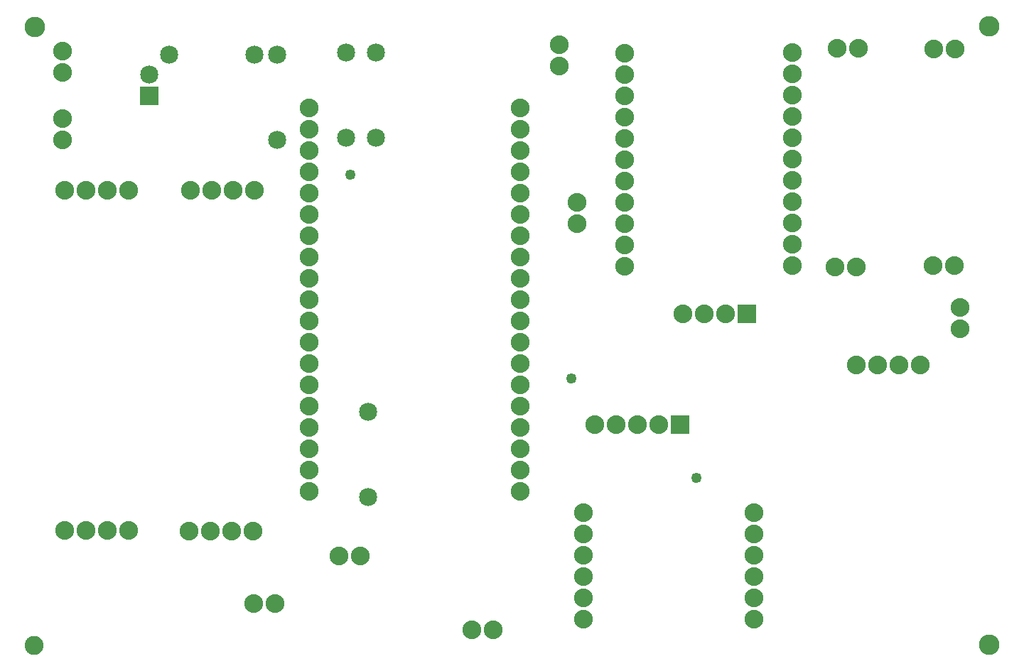
<source format=gbs>
G04 MADE WITH FRITZING*
G04 WWW.FRITZING.ORG*
G04 DOUBLE SIDED*
G04 HOLES PLATED*
G04 CONTOUR ON CENTER OF CONTOUR VECTOR*
%ASAXBY*%
%FSLAX23Y23*%
%MOIN*%
%OFA0B0*%
%SFA1.0B1.0*%
%ADD10C,0.049370*%
%ADD11C,0.096614*%
%ADD12C,0.088740*%
%ADD13C,0.088000*%
%ADD14C,0.085000*%
%ADD15R,0.088000X0.088000*%
%ADD16R,0.085000X0.085000*%
%LNMASK0*%
G90*
G70*
G54D10*
X3226Y906D03*
G54D11*
X124Y3025D03*
X4600Y3027D03*
G54D12*
X119Y121D03*
G54D11*
X4599Y124D03*
G54D10*
X1602Y2331D03*
G54D13*
X1148Y658D03*
X1048Y658D03*
X948Y658D03*
X848Y658D03*
X254Y2595D03*
X254Y2495D03*
X3464Y1677D03*
X3364Y1677D03*
X3264Y1677D03*
X3164Y1677D03*
G54D14*
X659Y2701D03*
X659Y2801D03*
G54D13*
X1155Y2259D03*
X1055Y2259D03*
X955Y2259D03*
X855Y2259D03*
X562Y660D03*
X462Y660D03*
X362Y660D03*
X262Y660D03*
X562Y2258D03*
X462Y2258D03*
X362Y2258D03*
X262Y2258D03*
X2891Y2901D03*
X2891Y2801D03*
X2891Y2701D03*
X2891Y2601D03*
X2891Y2501D03*
X2891Y2401D03*
X2891Y2301D03*
X2891Y2201D03*
X2891Y2101D03*
X2891Y2001D03*
X2891Y1901D03*
X3677Y2903D03*
X3677Y2803D03*
X3677Y2703D03*
X3677Y2603D03*
X3677Y2503D03*
X3677Y2403D03*
X3677Y2303D03*
X3677Y2203D03*
X3677Y2103D03*
X3677Y2003D03*
X3677Y1903D03*
X3977Y1437D03*
X4077Y1437D03*
X4177Y1437D03*
X4277Y1437D03*
X3496Y245D03*
X3496Y345D03*
X3496Y445D03*
X3496Y545D03*
X3496Y645D03*
X3496Y745D03*
X2697Y245D03*
X2697Y345D03*
X2697Y445D03*
X2697Y545D03*
X2697Y645D03*
X2697Y745D03*
X1411Y844D03*
X1411Y944D03*
X1411Y1044D03*
X1411Y1144D03*
X1411Y1244D03*
X1411Y1344D03*
X1411Y1444D03*
X1411Y1544D03*
X1411Y1644D03*
X1411Y1744D03*
X1411Y1844D03*
X1411Y1944D03*
X1411Y2044D03*
X1411Y2144D03*
X1411Y2244D03*
X1411Y2344D03*
X1411Y2444D03*
X1411Y2544D03*
X1411Y2644D03*
X2400Y844D03*
X2400Y944D03*
X2400Y1044D03*
X2400Y1144D03*
X2400Y1244D03*
X2400Y1344D03*
X2400Y1444D03*
X2400Y1544D03*
X2400Y1644D03*
X2400Y1744D03*
X2400Y1844D03*
X2400Y1944D03*
X2400Y2044D03*
X2400Y2144D03*
X2400Y2244D03*
X2400Y2344D03*
X2400Y2444D03*
X2400Y2544D03*
X2400Y2644D03*
G54D14*
X755Y2895D03*
X1155Y2895D03*
X1582Y2503D03*
X1582Y2903D03*
X1686Y1217D03*
X1686Y817D03*
X1724Y2504D03*
X1724Y2904D03*
X1260Y2495D03*
X1260Y2895D03*
G54D13*
X2668Y2200D03*
X2668Y2100D03*
X4463Y1608D03*
X4463Y1708D03*
X2583Y2940D03*
X2583Y2840D03*
X1551Y541D03*
X1651Y541D03*
X2175Y194D03*
X2275Y194D03*
X1149Y319D03*
X1249Y319D03*
X254Y2810D03*
X254Y2910D03*
X3977Y1896D03*
X3877Y1896D03*
X4337Y1903D03*
X4437Y1903D03*
X3988Y2924D03*
X3888Y2924D03*
X4339Y2922D03*
X4439Y2922D03*
X3151Y1159D03*
X3051Y1159D03*
X2951Y1159D03*
X2851Y1159D03*
X2751Y1159D03*
G54D10*
X2641Y1373D03*
G54D15*
X3464Y1677D03*
G54D16*
X659Y2701D03*
G54D15*
X3151Y1159D03*
G04 End of Mask0*
M02*
</source>
